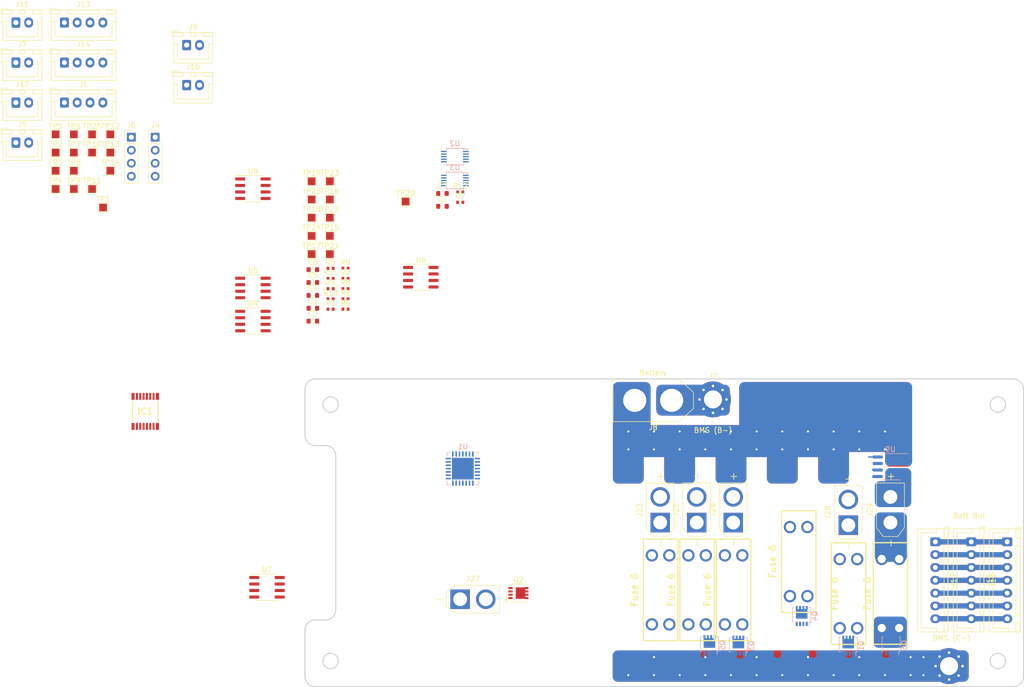
<source format=kicad_pcb>
(kicad_pcb (version 20221018) (generator pcbnew)
  (layers (0 "F.Cu" signal) (31 "B.Cu" signal) (34 "B.Paste" user) (35 "F.Paste" user) (36 "B.SilkS" user "B.Silkscreen") (37 "F.SilkS" user "F.Silkscreen") (38 "B.Mask" user) (39 "F.Mask" user) (44 "Edge.Cuts" user))
  (net 0 "")
  (net 1 "GND")
  (net 2 "+24V")
  (net 3 "+5V")
  (net 4 "GND1")
  (net 5 "Net-(J10-Pin_2)")
  (net 6 "+12V")
  (net 7 "Net-(J27-Pin_1)")
  (net 8 "VDD")
  (net 9 "+3.3V")
  (net 10 "Net-(Q1-D)")
  (net 11 "Net-(Q1-G)")
  (net 53 "Net-(U5-FILTER)")
  (net 54 "Net-(U6-FILTER)")
  (net 55 "Net-(U7-FILTER)")
  (net 56 "Net-(U8-FILTER)")
  (net 57 "Net-(U9-FILTER)")
  (net 58 "Net-(Q2-G)")
  (net 59 "Net-(Q2-D)")
  (net 60 "Net-(Q3-G)")
  (net 61 "Net-(Q3-D)")
  (net 62 "Net-(Q4-G)")
  (net 63 "Net-(Q4-D)")
  (net 64 "Net-(Q5-G)")
  (net 65 "Net-(Q5-D)")
  (net 66 "Net-(Q6-G)")
  (net 67 "Net-(Q6-D)")
  (net 68 "Net-(R6-Pad2)")
  (net 69 "Net-(R8-Pad2)")
  (net 70 "Net-(R10-Pad2)")
  (net 71 "Net-(R12-Pad2)")
  (net 72 "Net-(U5-VIOUT)")
  (net 73 "Net-(U6-VIOUT)")
  (net 74 "Net-(U7-VIOUT)")
  (net 75 "Net-(U8-VIOUT)")
  (net 76 "Net-(U9-VIOUT)")
  (net 77 "Net-(U4-FILTER)")
  (net 78 "Net-(J1-Pin_3)")
  (net 79 "Net-(J1-Pin_4)")
  (net 80 "Net-(J2-Pin_1)")
  (net 81 "Net-(J4-Pin_3)")
  (net 83 "Net-(J6-Pin_3)")
  (net 85 "Net-(J10-Pin_1)")
  (net 86 "Net-(J12-Pin_1)")
  (net 87 "Net-(J15-Pin_1)")
  (net 88 "Net-(J15-Pin_2)")
  (net 89 "Net-(J15-Pin_3)")
  (net 90 "Net-(J15-Pin_4)")
  (net 91 "Net-(J15-Pin_5)")
  (net 92 "Net-(J15-Pin_6)")
  (net 93 "Net-(J15-Pin_7)")
  (net 94 "Net-(J23-Pin_2)")
  (net 95 "Net-(J23-Pin_1)")
  (net 96 "Net-(J25-Pin_2)")
  (net 97 "Net-(J25-Pin_1)")
  (net 98 "Net-(J26-Pin_2)")
  (net 99 "Net-(J26-Pin_1)")
  (net 100 "Net-(J27-Pin_2)")
  (net 101 "Net-(J28-Pin_2)")
  (net 102 "Net-(J28-Pin_1)")
  (net 103 "Net-(J29-Pin_1)")
  (net 104 "Net-(J29-Pin_2)")
  (net 105 "Net-(R9-Pad2)")
  (net 106 "Net-(R11-Pad2)")
  (net 109 "Net-(U4-VIOUT)")
  (footprint "Package_SO:SOIC-8_3.9x4.9mm_P1.27mm" (layer "F.Cu") (at 70.848 33.416)
    (fp_text reference "U8")
    (fp_text value "ACS712xLCTR-30A")
  )
  (footprint "Resistor_SMD:R_0603_1608Metric" (layer "F.Cu") (at 82.528 54.216)
    (fp_text reference "C4")
    (fp_text value "10nf")
  )
  (footprint "MountingHole:MountingHole_3.5mm_Pad_Via" (layer "F.Cu") (at 206.5 126.5)
    (fp_text reference "J3")
    (fp_text value "BMS (C-)")
  )
  (footprint "TestPoint:TestPoint_Pad_1.5x1.5mm" (layer "F.Cu") (at 82.298 42.616)
    (fp_text reference "TP24")
    (fp_text value "TestPoint")
  )
  (footprint "TestPoint:TestPoint_Pad_1.5x1.5mm" (layer "F.Cu") (at 41.656 37.084)
    (fp_text reference "TP1")
    (fp_text value "TestPoint")
  )
  (footprint "TestPoint:TestPoint_Pad_1.5x1.5mm" (layer "F.Cu") (at 82.298 35.516)
    (fp_text reference "TP25")
    (fp_text value "TestPoint")
  )
  (footprint "TestPoint:TestPoint_Pad_1.5x1.5mm" (layer "F.Cu") (at 35.966 26.368)
    (fp_text reference "TP7")
    (fp_text value "TestPoint")
  )
  (footprint "Resistor_SMD:R_0402_1005Metric" (layer "F.Cu") (at 85.988 50.926)
    (fp_text reference "R11")
    (fp_text value "0 Ω")
  )
  (footprint "Connector_JST:JST_XH_B4B-XH-A_1x04_P2.50mm_Vertical" (layer "F.Cu") (at 34.116 8.818)
    (fp_text reference "J14")
    (fp_text value "BMS Serial")
  )
  (footprint "TestPoint:TestPoint_Pad_1.5x1.5mm" (layer "F.Cu") (at 32.416 26.368)
    (fp_text reference "TP2")
    (fp_text value "TestPoint")
  )
  (footprint "TestPoint:TestPoint_Pad_1.5x1.5mm" (layer "F.Cu") (at 39.516 33.468)
    (fp_text reference "TP11")
    (fp_text value "TestPoint")
  )
  (footprint "Fuseholder3557:Fuseholder3557" (layer "F.Cu") (at 195.072 112.3402 90)
    (fp_text reference "J31")
    (fp_text value "Fuse 6")
  )
  (footprint "Package_SO:SOIC-8_3.9x4.9mm_P1.27mm" (layer "F.Cu") (at 73.595 111.125)
    (fp_text reference "U7")
    (fp_text value "ACS712xLCTR-30A")
  )
  (footprint "Package_SO:SOIC-8_3.9x4.9mm_P1.27mm" (layer "F.Cu") (at 70.848 52.766)
    (fp_text reference "U5")
    (fp_text value "ACS712xLCTR-30A")
  )
  (footprint "Connector_JST:JST_XH_B7B-XH-A_1x07_P2.50mm_Vertical" (layer "F.Cu") (at 203.82 102.268 -90)
    (fp_text reference "J17")
    (fp_text value "Batt Bal")
  )
  (footprint "Resistor_SMD:R_0603_1608Metric" (layer "F.Cu") (at 107.79 34.338)
    (fp_text reference "C7")
    (fp_text value "10nf")
  )
  (footprint "TestPoint:TestPoint_Pad_1.5x1.5mm" (layer "F.Cu") (at 39.516 22.818)
    (fp_text reference "TP26")
    (fp_text value "TestPoint")
  )
  (footprint "Connector_JST:JST_XH_B2B-XH-A_1x02_P2.50mm_Vertical" (layer "F.Cu") (at 57.952 13.208)
    (fp_text reference "J10")
    (fp_text value "BMS Switch")
  )
  (footprint "NMUX1308PWJ:NMUX1308PWJ" (layer "F.Cu") (at 49.873 76.839)
    (fp_text reference "IC1")
    (fp_text value "NMUX1308PWJ" hide)
  )
  (footprint "Connector_JST:JST_XH_B2B-XH-A_1x02_P2.50mm_Vertical" (layer "F.Cu") (at 24.666 1.018)
    (fp_text reference "J11")
    (fp_text value "LED Out")
  )
  (footprint "TestPoint:TestPoint_Pad_1.5x1.5mm" (layer "F.Cu") (at 82.298 31.966)
    (fp_text reference "TP19")
    (fp_text value "TestPoint")
  )
  (footprint "Fuseholder3557:Fuseholder3557" (layer "F.Cu") (at 150.29 111.637 90)
    (fp_text reference "J36")
    (fp_text value "Fuse 6")
  )
  (footprint "Package_SO:SOIC-8_3.9x4.9mm_P1.27mm" (layer "F.Cu") (at 103.567 50.673)
    (fp_text reference "U6")
    (fp_text value "ACS712xLCTR-30A")
  )
  (footprint "Connector_JST:JST_XH_B2B-XH-A_1x02_P2.50mm_Vertical" (layer "F.Cu") (at 24.666 16.618)
    (fp_text reference "J12")
    (fp_text value "BT Switch")
  )
  (footprint "TestPoint:TestPoint_Pad_1.5x1.5mm" (layer "F.Cu") (at 43.066 22.818)
    (fp_text reference "TP12")
    (fp_text value "TestPoint")
  )
  (footprint "Connector_JST:JST_XH_B2B-XH-A_1x02_P2.50mm_Vertical" (layer "F.Cu") (at 57.952 5.408)
    (fp_text reference "J9")
    (fp_text value "BMS Switch")
  )
  (footprint "Resistor_SMD:R_0402_1005Metric" (layer "F.Cu") (at 85.988 48.936)
    (fp_text reference "R5")
    (fp_text value "10 kΩ")
  )
  (footprint "Connector_JST:JST_XH_B4B-XH-A_1x04_P2.50mm_Vertical" (layer "F.Cu") (at 34.116 1.018)
    (fp_text reference "J13")
    (fp_text value "BT Module")
  )
  (footprint "Fuseholder3557:Fuseholder3557" (layer "F.Cu") (at 157.402 111.637 90)
    (fp_text reference "J35")
    (fp_text value "Fuse 6")
  )
  (footprint "TestPoint:TestPoint_Pad_1.5x1.5mm" (layer "F.Cu") (at 82.298 39.066)
    (fp_text reference "TP18")
    (fp_text value "TestPoint")
  )
  (footprint "TestPoint:TestPoint_Pad_1.5x1.5mm" (layer "F.Cu") (at 43.066 29.918)
    (fp_text reference "TP14")
    (fp_text value "TestPoint")
  )
  (footprint "TestPoint:TestPoint_Pad_1.5x1.5mm" (layer "F.Cu") (at 85.848 39.066)
    (fp_text reference "TP22")
    (fp_text value "TestPoint")
  )
  (footprint "TestPoint:TestPoint_Pad_1.5x1.5mm" (layer "F.Cu") (at 85.848 46.166)
    (fp_text reference "TP21")
    (fp_text value "TestPoint")
  )
  (footprint "TestPoint:TestPoint_Pad_1.5x1.5mm" (layer "F.Cu") (at 35.966 29.918)
    (fp_text reference "TP8")
    (fp_text value "TestPoint")
  )
  (footprint "Connector_AMASS:AMASS_XT30U-M_1x02_P5.0mm_Vertical" (layer "F.Cu") (at 186.866 99.02 90)
    (fp_text reference "J28")
    (fp_text value "Output 6")
  )
  (footprint "Resistor_SMD:R_0402_1005Metric" (layer "F.Cu") (at 88.898 50.926)
    (fp_text reference "R2")
    (fp_text value "10 kΩ")
  )
  (footprint "TestPoint:TestPoint_Pad_1.5x1.5mm" (layer "F.Cu") (at 35.966 22.818)
    (fp_text reference "TP6")
    (fp_text value "TestPoint")
  )
  (footprint "TestPoint:TestPoint_Pad_1.5x1.5mm" (layer "F.Cu") (at 39.516 26.368)
    (fp_text reference "TP10")
    (fp_text value "TestPoint")
  )
  (footprint "Resistor_SMD:R_0603_1608Metric" (layer "F.Cu") (at 82.528 59.236)
    (fp_text reference "C2")
    (fp_text value "10nf")
  )
  (footprint "Resistor_SMD:R_0402_1005Metric" (layer "F.Cu") (at 88.898 48.936)
    (fp_text reference "R9")
    (fp_text value "0 Ω")
  )
  (footprint "Fuseholder3557:Fuseholder3557" (layer "F.Cu") (at 186.8932 112.3696 90)
    (fp_text reference "J32")
    (fp_text value "Fuse 6")
  )
  (footprint "Connector_AMASS:AMASS_XT30U-M_1x02_P5.0mm_Vertical" (layer "F.Cu") (at 150.212 98.512 90)
    (fp_text reference "J23")
    (fp_text value "Output 6")
  )
  (footprint "TestPoint:TestPoint_Pad_1.5x1.5mm" (layer "F.Cu") (at 100.61 35.908)
    (fp_text reference "TP20")
    (fp_text value "TestPoint")
  )
  (footprint "Connector_AMASS:AMASS_XT30U-M_1x02_P5.0mm_Vertical" (layer "F.Cu") (at 111.2302 113.4582)
    (fp_text reference "J27")
    (fp_text value "Output 6")
  )
  (footprint "Connector_JST:JST_XH_B2B-XH-A_1x02_P2.50mm_Vertical" (layer "F.Cu") (at 24.666 24.418)
    (fp_text reference "J5")
    (fp_text value "ESP Switch")
  )
  (footprint "Resistor_SMD:R_0603_1608Metric" (layer "F.Cu") (at 107.79 36.848)
    (fp_text reference "C1")
    (fp_text value "100nf")
  )
  (footprint "MountingHole:MountingHole_3.5mm_Pad_Via" (layer "F.Cu") (at 160.5 74.5)
    (fp_text reference "J2")
    (fp_text value "BMS (B-)")
  )
  (footprint "Resistor_SMD:R_0603_1608Metric" (layer "F.Cu") (at 82.528 49.196)
    (fp_text reference "C6")
    (fp_text value "10nf")
  )
  (footprint "Connector_JST:JST_XH_B7B-XH-A_1x07_P2.50mm_Vertical" (layer "F.Cu") (at 217.82 102.268 -90)
    (fp_text reference "J15")
    (fp_text value "Panel Bal")
  )
  (footprint "Resistor_SMD:R_0402_1005Metric" (layer "F.Cu") (at 88.898 54.906)
    (fp_text reference "R1")
    (fp_text value "10 kΩ")
  )
  (footprint "TestPoint:TestPoint_Pad_1.5x1.5mm" (layer "F.Cu") (at 43.066 26.368)
    (fp_text reference "TP13")
    (fp_text value "TestPoint")
  )
  (footprint "Connector_AMASS:AMASS_XT30U-M_1x02_P5.0mm_Vertical" (layer "F.Cu") (at 195.072 98.512 90)
    (fp_text reference "J29")
    (fp_text value "Output 6")
  )
  (footprint "Connector_AMASS:AMASS_XT60-M_1x02_P7.20mm_Vertical" (layer "F.Cu") (at 152.444 74.676 180)
    (fp_text reference "J8")
    (fp_text value "Battery")
  )
  (footprint "TestPoint:TestPoint_Pad_1.5x1.5mm" (layer "F.Cu") (at 32.416 22.818)
    (fp_text reference "TP5")
    (fp_text value "TestPoint")
  )
  (footprint "Connector_JST:JST_XH_B7B-XH-A_1x07_P2.50mm_Vertical" (layer "F.Cu") (at 210.82 102.268 -90)
    (fp_text reference "J16")
    (fp_text value "BMS Bal")
  )
  (footprint "Fuseholder3557:Fuseholder3557" (layer "F.Cu") (at 164.514 111.637 90)
    (fp_text reference "J34")
    (fp_text value "Fuse 6")
  )
  (footprint "Resistor_SMD:R_0402_1005Metric" (layer "F.Cu") (at 88.898 52.916)
    (fp_text reference "R8")
    (fp_text value "0 Ω")
  )
  (footprint "Connector_AMASS:AMASS_XT30U-M_1x02_P5.0mm_Vertical" (layer "F.Cu") (at 164.436 98.512 90)
    (fp_text reference "J26")
    (fp_text value "Output 6")
  )
  (footprint "Connector_JST:JST_XH_B2B-XH-A_1x02_P2.50mm_Vertical" (layer "F.Cu") (at 24.666 8.818)
    (fp_text reference "J7")
    (fp_text value "LED Switch")
  )
  (footprint "Resistor_SMD:R_0402_1005Metric" (layer "F.Cu") (at 88.898 56.896)
    (fp_text reference "R6")
    (fp_text value "0 Ω")
  )
  (footprint "TestPoint:TestPoint_Pad_1.5x1.5mm" (layer "F.Cu") (at 35.966 33.468)
    (fp_text reference "TP9")
    (fp_text value "TestPoint")
  )
  (footprint "Resistor_SMD:R_0402_1005Metric" (layer "F.Cu") (at 111.25 34.078)
    (fp_text reference "R12")
    (fp_text value "0 Ω")
  )
  (footprint "Resistor_SMD:R_0402_1005Metric" (layer "F.Cu") (at 85.988 56.896)
    (fp_text reference "R3")
    (fp_text value "10 kΩ")
  )
  (footprint "Package_SO:SOIC-8_3.9x4.9mm_P1.27mm" (layer "F.Cu") (at 70.848 59.216)
    (fp_text reference "U4")
    (fp_text value "ACS712xLCTR-30A")
  )
  (footprint "TestPoint:TestPoint_Pad_1.5x1.5mm" (layer "F.Cu") (at 32.416 33.468)
    (fp_text reference "TP4")
    (fp_text value "TestPoint")
  )
  (footprint "TestPoint:TestPoint_Pad_1.5x1.5mm" (layer "F.Cu") (at 85.848 31.966)
    (fp_text reference "TP23")
    (fp_text value "TestPoint")
  )
  (footprint "TestPoint:TestPoint_Pad_1.5x1.5mm" (layer "F.Cu") (at 32.416 29.918)
    (fp_text reference "TP3")
    (fp_text value "TestPoint")
  )
  (footprint "Fuseholder3557:Fuseholder3557" (layer "F.Cu") (at 177.1904 106.1212 90)
    (fp_text reference "J33")
    (fp_text value "Fuse 6")
  )
  (footprint "Connector_PinHeader_2.54mm:PinHeader_1x04_P2.54mm_Vertical" (layer "F.Cu") (at 47.166 23.368)
    (fp_text reference "J6")
    (fp_text value "12V DC Conv.")
  )
  (footprint "TestPoint:TestPoint_Pad_1.5x1.5mm" (layer "F.Cu") (at 85.848 35.516)
    (fp_text reference "TP16")
    (fp_text value "TestPoint")
  )
  (footprint "Resistor_SMD:R_0402_1005Metric" (layer "F.Cu") (at 85.988 54.906)
    (fp_text reference "R10")
    (fp_text value "0 Ω")
  )
  (footprint "Resistor_SMD:R_0402_1005Metric" (layer "F.Cu") (at 111.25 36.068)
    (fp_text reference "R7")
    (fp_text value "10 kΩ")
  )
  (footprint "Connector_AMASS:AMASS_XT30U-M_1x02_P5.0mm_Vertical" (layer "F.Cu") (at 157.324 98.512 90)
    (fp_text reference "J25")
    (fp_text value "Output 6")
  )
  (footprint "Resistor_SMD:R_0603_1608Metric" (layer "F.Cu") (at 82.528 56.726)
    (fp_text reference "C3")
    (fp_text value "10nf")
  )
  (footprint "Connector_PinHeader_2.54mm:PinHeader_1x04_P2.54mm_Vertical" (layer "F.Cu") (at 51.816 23.368)
    (fp_text reference "J4")
    (fp_text value "3.3V DC Conv.")
  )
  (footprint "Package_TO_SOT_SMD:LFPAK33" (layer "F.Cu") (at 122.5802 112.2582)
    (fp_text reference "Q2")
    (fp_text value "BUK9M11-40EX")
  )
  (footprint "Resistor_SMD:R_0402_1005Metric" (layer "F.Cu") (at 85.988 52.916)
    (fp_text reference "R4")
    (fp_text value "10 kΩ")
  )
  (footprint "Connector_JST:JST_XH_B4B-XH-A_1x04_P2.50mm_Vertical" (layer "F.Cu") (at 34.116 16.618)
    (fp_text reference "J1")
    (fp_text value "OLED")
  )
  (footprint "TestPoint:TestPoint_Pad_1.5x1.5mm" (layer "F.Cu") (at 85.848 42.616)
    (fp_text reference "TP15")
    (fp_text value "TestPoint")
  )
  (footprint "TestPoint:TestPoint_Pad_1.5x1.5mm" (layer "F.Cu") (at 82.298 46.166)
    (fp_text reference "TP17")
    (fp_text value "TestPoint")
  )
  (footprint "Resistor_SMD:R_0603_1608Metric" (layer "F.Cu") (at 82.528 51.706)
    (fp_text reference "C5")
    (fp_text value "10nf")
  )
  (footprint "Package_SO:TSSOP-10_3x3mm_P0.5mm" (layer "B.Cu") (at 110.195714 31.808 180)
    (fp_text reference "U3")
    (fp_text value "ADS1115IDGS")
  )
  (footprint "Package_SO:TSSOP-10_3x3mm_P0.5mm" (layer "B.Cu") (at 110.195714 27.158 180)
    (fp_text reference "U2")
    (fp_text value "ADS1115IDGS")
  )
  (footprint "Package_TO_SOT_SMD:LFPAK33" (layer "B.Cu") (at 159.807 122.417 90)
    (fp_text reference "Q5")
    (fp_text value "BUK9M11-40EX")
  )
  (footprint "Package_SO:SOIC-8_3.9x4.9mm_P1.27mm" (layer "B.Cu") (at 195.072 87.63 180)
    (fp_text reference "U9")
    (fp_text value "ACS712xLCTR-30A")
  )
  (footprint "Package_TO_SOT_SMD:LFPAK33" (layer "B.Cu") (at 165.4392 122.5142 90)
    (fp_text reference "Q3")
    (fp_text value "BUK9M11-40EX")
  )
  (footprint "Package_TO_SOT_SMD:LFPAK33" (layer "B.Cu") (at 186.8496 122.5178 90)
    (fp_text reference "Q1")
    (fp_text value "BUK9M11-40EX")
  )
  (footprint "Package_TO_SOT_SMD:LFPAK33" (layer "B.Cu") (at 177.7836 116.7266 90)
    (fp_text reference "Q4")
    (fp_text value "BUK9M11-40EX")
  )
  (footprint "Package_TO_SOT_SMD:LFPAK33" (layer "B.Cu") (at 195.208 122.417 90)
    (fp_text reference "Q6")
    (fp_text value "BUK9M11-40EX" hide)
  )
  (footprint "Package_DFN_QFN:QFN-28-1EP_6x6mm_P0.65mm_EP4.25x4.25mm" (layer "B.Cu") (at 111.76 87.988 180)
    (fp_text reference "U1")
    (fp_text value "MCP23017_ML")
  )
  (gr_arc (start 85 83.5) (mid 86.414214 84.085786) (end 87 85.5) (stroke (width 0.2)) (layer "Edge.Cuts"))
  (gr_line (start 81 72.5) (end 81 81.5) (stroke (width 0.2)) (layer "Edge.Cuts"))
  (gr_arc (start 219 70.5) (mid 220.414214 71.085786) (end 221 72.5) (stroke (width 0.2)) (layer "Edge.Cuts"))
  (gr_arc (start 83 83.5) (mid 81.585786 82.914214) (end 81 81.5) (stroke (width 0.2)) (layer "Edge.Cuts"))
  (gr_line (start 83 130.5) (end 219 130.5) (stroke (width 0.2)) (layer "Edge.Cuts"))
  (gr_circle (center 86 125.5) (end 86 124) (stroke (width 0.2)) (fill none) (layer "Edge.Cuts"))
  (gr_arc (start 221 128.5) (mid 220.414214 129.914214) (end 219 130.5) (stroke (width 0.2)) (layer "Edge.Cuts"))
  (gr_line (start 81 119.5) (end 81 128.5) (stroke (width 0.2)) (layer "Edge.Cuts"))
  (gr_line (start 219 70.5) (end 83 70.5) (stroke (width 0.2)) (layer "Edge.Cuts"))
  (gr_circle (center 216 75.5) (end 216 74) (stroke (width 0.2)) (fill none) (layer "Edge.Cuts"))
  (gr_arc (start 87 115.5) (mid 86.414214 116.914214) (end 85 117.5) (stroke (width 0.2)) (layer "Edge.Cuts"))
  (gr_circle (center 86 75.5) (end 86 74) (stroke (width 0.2)) (fill none) (layer "Edge.Cuts"))
  (gr_arc (start 81 72.5) (mid 81.585786 71.085786) (end 83 70.5) (stroke (width 0.2)) (layer "Edge.Cuts"))
  (gr_arc (start 81 119.5) (mid 81.585786 118.085786) (end 83 117.5) (stroke (width 0.2)) (layer "Edge.Cuts"))
  (gr_arc (start 83 130.5) (mid 81.585786 129.914214) (end 81 128.5) (stroke (width 0.2)) (layer "Edge.Cuts"))
  (gr_line (start 87 85.5) (end 87 115.5) (stroke (width 0.2)) (layer "Edge.Cuts"))
  (gr_line (start 83 83.5) (end 85 83.5) (stroke (width 0.2)) (layer "Edge.Cuts"))
  (gr_line (start 221 128.5) (end 221 72.5) (stroke (width 0.2)) (layer "Edge.Cuts"))
  (gr_line (start 85 117.5) (end 83 117.5) (stroke (width 0.2)) (layer "Edge.Cuts"))
  (gr_circle (center 216 125.5) (end 216 124) (stroke (width 0.2)) (fill none) (layer "Edge.Cuts"))
  (via (at 159 124.75) (size 0.8) (drill 0.4) (layers "F.Cu" "B.Cu") (net 1))
  (via (at 144 128.25) (size 0.8) (drill 0.4) (layers "F.Cu" "B.Cu") (net 1))
  (via (at 174 128.25) (size 0.8) (drill 0.4) (layers "F.Cu" "B.Cu") (net 1))
  (via (at 179 128.25) (size 0.8) (drill 0.4) (layers "F.Cu" "B.Cu") (net 1))
  (via (at 159 128.25) (size 0.8) (drill 0.4) (layers "F.Cu" "B.Cu") (net 1))
  (via (at 164 128.25) (size 0.8) (drill 0.4) (layers "F.Cu" "B.Cu") (net 1))
  (via (at 201.5 128.25) (size 0.8) (drill 0.4) (layers "F.Cu" "B.Cu") (net 1))
  (via (at 169 128.25) (size 0.8) (drill 0.4) (layers "F.Cu" "B.Cu") (net 1))
  (via (at 184 128.25) (size 0.8) (drill 0.4) (layers "F.Cu" "B.Cu") (net 1))
  (via (at 194 128.25) (size 0.8) (drill 0.4) (layers "F.Cu" "B.Cu") (net 1))
  (via (at 199 124.75) (size 0.8) (drill 0.4) (layers "F.Cu" "B.Cu") (net 1))
  (via (at 189 128.25) (size 0.8) (drill 0.4) (layers "F.Cu" "B.Cu") (net 1))
  (via (at 149 128.25) (size 0.8) (drill 0.4) (layers "F.Cu" "B.Cu") (net 1))
  (via (at 201.5 124.75) (size 0.8) (drill 0.4) (layers "F.Cu" "B.Cu") (net 1))
  (via (at 199 128.25) (size 0.8) (drill 0.4) (layers "F.Cu" "B.Cu") (net 1))
  (via (at 154 128.25) (size 0.8) (drill 0.4) (layers "F.Cu" "B.Cu") (net 1))
  (via (at 179 124.75) (size 0.8) (drill 0.4) (layers "F.Cu" "B.Cu") (net 1))
  (via (at 169 124.75) (size 0.8) (drill 0.4) (layers "F.Cu" "B.Cu") (net 1))
  (via (at 149 124.75) (size 0.8) (drill 0.4) (layers "F.Cu" "B.Cu") (net 1))
  (via (at 189 124.75) (size 0.8) (drill 0.4) (layers "F.Cu" "B.Cu") (net 1))
  (via (at 179 80.75) (size 0.8) (drill 0.4) (layers "F.Cu" "B.Cu") (net 2))
  (via (at 154 84.25) (size 0.8) (drill 0.4) (layers "F.Cu" "B.Cu") (net 2))
  (via (at 169 80.75) (size 0.8) (drill 0.4) (layers "F.Cu" "B.Cu") (net 2))
  (via (at 154 80.75) (size 0.8) (drill 0.4) (layers "F.Cu" "B.Cu") (net 2))
  (via (at 159 80.75) (size 0.8) (drill 0.4) (layers "F.Cu" "B.Cu") (net 2))
  (via (at 174 84.25) (size 0.8) (drill 0.4) (layers "F.Cu" "B.Cu") (net 2))
  (via (at 169 84.25) (size 0.8) (drill 0.4) (layers "F.Cu" "B.Cu") (net 2))
  (via (at 149 80.75) (size 0.8) (drill 0.4) (layers "F.Cu" "B.Cu") (net 2))
  (via (at 189 80.75) (size 0.8) (drill 0.4) (layers "F.Cu" "B.Cu") (net 2))
  (via (at 164 84.25) (size 0.8) (drill 0.4) (layers "F.Cu" "B.Cu") (net 2))
  (via (at 189 84.25) (size 0.8) (drill 0.4) (layers "F.Cu" "B.Cu") (net 2))
  (via (at 179 84.25) (size 0.8) (drill 0.4) (layers "F.Cu" "B.Cu") (net 2))
  (via (at 144 84.25) (size 0.8) (drill 0.4) (layers "F.Cu" "B.Cu") (net 2))
  (via (at 194 84.25) (size 0.8) (drill 0.4) (layers "F.Cu" "B.Cu") (net 2))
  (via (at 174 80.75) (size 0.8) (drill 0.4) (layers "F.Cu" "B.Cu") (net 2))
  (via (at 184 80.75) (size 0.8) (drill 0.4) (layers "F.Cu" "B.Cu") (net 2))
  (via (at 159 84.25) (size 0.8) (drill 0.4) (layers "F.Cu" "B.Cu") (net 2))
  (via (at 149 84.25) (size 0.8) (drill 0.4) (layers "F.Cu" "B.Cu") (net 2))
  (via (at 184 84.25) (size 0.8) (drill 0.4) (layers "F.Cu" "B.Cu") (net 2))
  (via (at 164 80.75) (size 0.8) (drill 0.4) (layers "F.Cu" "B.Cu") (net 2))
  (via (at 194 80.75) (size 0.8) (drill 0.4) (layers "F.Cu" "B.Cu") (net 2))
  (via (at 144 80.75) (size 0.8) (drill 0.4) (layers "F.Cu" "B.Cu") (net 2))
  (segment (start 190.818 85.725) (end 191.581 85.725) (width 0.25) (layer "B.Cu") (net 3))
  (segment (start 191.771 89.725) (end 191.581 89.535) (width 0.25) (layer "B.Cu") (net 4))
  (segment (start 191.771 88.075) (end 191.581 88.265) (width 0.25) (layer "B.Cu") (net 57))
  (segment (start 203.82 102.268) (end 217.82 102.268) (width 1) (layer "F.Cu") (net 87))
  (segment (start 217.82 102.268) (end 203.82 102.268) (width 1) (layer "B.Cu") (net 87))
  (segment (start 217.82 104.768) (end 203.82 104.768) (width 1) (layer "F.Cu") (net 88))
  (segment (start 203.82 104.768) (end 217.82 104.768) (width 1) (layer "B.Cu") (net 88))
  (segment (start 203.82 107.268) (end 217.82 107.268) (width 1) (layer "F.Cu") (net 89))
  (segment (start 217.82 107.268) (end 203.82 107.268) (width 1) (layer "B.Cu") (net 89))
  (segment (start 217.82 109.768) (end 203.82 109.768) (width 1) (layer "F.Cu") (net 90))
  (segment (start 203.82 109.768) (end 217.82 109.768) (width 1) (layer "B.Cu") (net 90))
  (segment (start 203.82 112.268) (end 217.82 112.268) (width 1) (layer "F.Cu") (net 91))
  (segment (start 217.82 112.268) (end 203.82 112.268) (width 1) (layer "B.Cu") (net 91))
  (segment (start 217.82 114.768) (end 203.82 114.768) (width 1) (layer "F.Cu") (net 92))
  (segment (start 203.82 114.768) (end 217.82 114.768) (width 1) (layer "B.Cu") (net 92))
  (segment (start 203.82 117.268) (end 217.82 117.268) (width 1) (layer "F.Cu") (net 93))
  (segment (start 217.82 117.268) (end 203.82 117.268) (width 1) (layer "B.Cu") (net 93))
  (zone (net 1) (net_name "GND") (layers "F&B.Cu") (priority 2) (connect_pads yes (clearance 0.5)) (min_thickness 0.254) (fill yes (thermal_gap 0.508) (thermal_bridge_width 0.508) (smoothing fillet) (radius 1))
    (polygon (pts (xy 140.97 123.444) (xy 140.97 129.54) (xy 210.312 129.54) (xy 210.312 123.444)))
  )
  (zone (net 80) (net_name "Net-(J2-Pin_1)") (layers "F&B.Cu") (connect_pads yes (clearance 0.5)) (min_thickness 0.254) (fill yes (thermal_gap 0.508) (thermal_bridge_width 0.508) (smoothing fillet) (radius 1))
    (polygon (pts (xy 163.764 77.628) (xy 149.464 77.628) (xy 149.464 71.628) (xy 163.764 71.628)))
  )
  (zone (net 2) (net_name "+24V") (layers "F&B.Cu") (connect_pads yes (clearance 0.5)) (min_thickness 0.254) (fill yes (thermal_gap 0.508) (thermal_bridge_width 0.508) (smoothing fillet) (radius 1))
    (polygon (pts (xy 199.286 87.598) (xy 194.048 87.598) (xy 194.048 84.734) (xy 187 84.734) (xy 187 90.9) (xy 181 90.9) (xy 181 85.75) (xy 177 85.75) (xy 177 90.9) (xy 171 90.9) (xy 171 85.75) (xy 167 85.75) (xy 167 90.9) (xy 161 90.9) (xy 161 85.75) (xy 157 85.75) (xy 157 90.9) (xy 151 90.9) (xy 151 85.75) (xy 147 85.75) (xy 147 90.9) (xy 141 90.9) (xy 141 71.12) (xy 148.336 71.12) (xy 148.336 79.5) (xy 165.608 79.5) (xy 165.608 71.12) (xy 199.286 71.12)))
  )
  (zone (net 104) (net_name "Net-(J29-Pin_2)") (layer "B.Cu") (priority 1) (connect_pads yes (clearance 0.5)) (min_thickness 0.254) (fill yes (thermal_gap 0.508) (thermal_bridge_width 0.508) (smoothing fillet) (radius 1))
    (polygon (pts (xy 199.136 87.884) (xy 194.056 87.884) (xy 194.056 90.424) (xy 192.024 90.424) (xy 192.024 95.504) (xy 199.136 95.504)))
  )
  (zone (net 67) (net_name "Net-(Q6-D)") (layer "B.Cu") (connect_pads yes (clearance 0.5)) (min_thickness 0.254) (fill yes (thermal_gap 0.508) (thermal_bridge_width 0.508) (smoothing fillet) (radius 1) (island_removal_mode 1) (island_area_min 10))
    (polygon (pts (xy 198.278 122.936) (xy 191.77 122.936) (xy 191.77 116.842) (xy 198.278 116.842)))
  )
  (zone (net 103) (net_name "Net-(J29-Pin_1)") (layer "B.Cu") (connect_pads yes (clearance 0.5)) (min_thickness 0.254) (fill yes (thermal_gap 0.508) (thermal_bridge_width 0.508) (smoothing fillet) (radius 1))
    (polygon (pts (xy 198.278 106.172) (xy 192.024 106.172) (xy 192.024 96.522) (xy 198.278 96.522)))
  )
)
</source>
